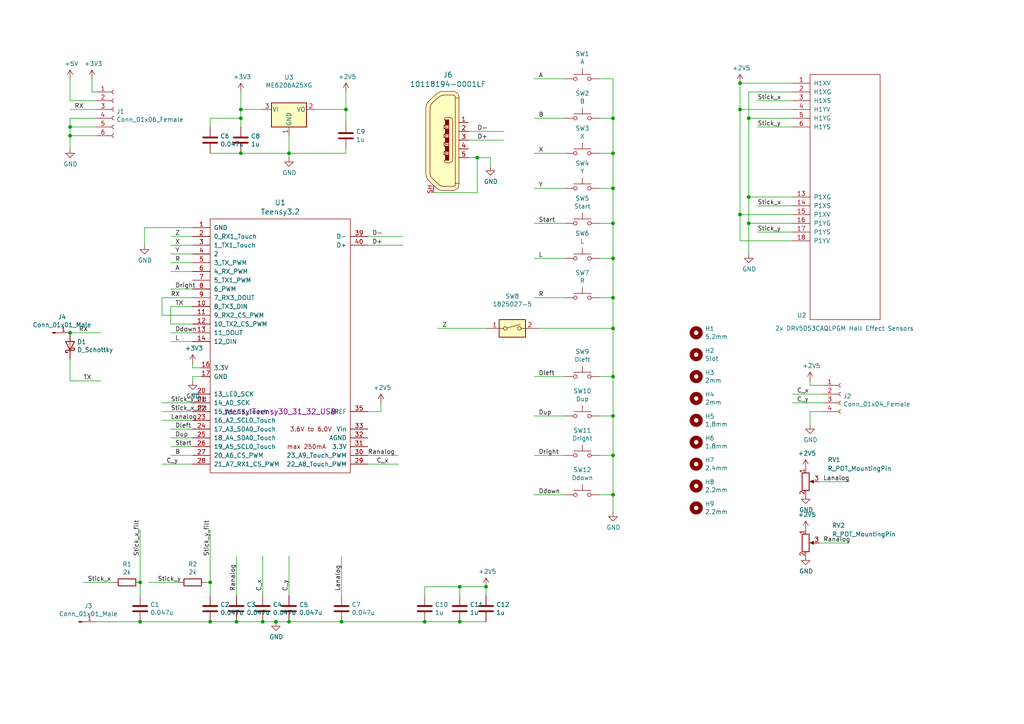
<source format=kicad_sch>
(kicad_sch (version 20211123) (generator eeschema)
  (paper "A4")
  (lib_symbols
    (symbol "Connector:Conn_01x01_Male" (pin_names (offset 1.016) hide)
      (property "Reference" "J" (at 0 2.54 0))
      (property "Value" "Conn_01x01_Male" (at 0 -2.54 0))
      (symbol "Conn_01x01_Male_1_1"
        (polyline (pts (xy 1.27 0) (xy 0.8636 0)) (stroke (width 0.1524)))
        (rectangle (start 0.8636 0.127) (end 0 -0.127) (stroke (width 0.1524)) (fill (type outline)))
        (pin passive line (at 5.08 0 180) (length 3.81) (name "Pin_1") (number "1"))
      )
    )
    (symbol "Connector:Conn_01x04_Female" (pin_names (offset 1.016) hide)
      (property "Reference" "J" (at 0 5.08 0))
      (property "Value" "Conn_01x04_Female" (at 0 -7.62 0))
      (symbol "Conn_01x04_Female_1_1"
        (arc (start 0 -4.572) (mid -0.508 -5.08) (end 0 -5.588) (stroke (width 0.1524)))
        (arc (start 0 -2.032) (mid -0.508 -2.54) (end 0 -3.048) (stroke (width 0.1524)))
        (polyline (pts (xy -1.27 -5.08) (xy -0.508 -5.08)) (stroke (width 0.1524)))
        (polyline (pts (xy -1.27 -2.54) (xy -0.508 -2.54)) (stroke (width 0.1524)))
        (polyline (pts (xy -1.27 0) (xy -0.508 0)) (stroke (width 0.1524)))
        (polyline (pts (xy -1.27 2.54) (xy -0.508 2.54)) (stroke (width 0.1524)))
        (arc (start 0 0.508) (mid -0.508 0) (end 0 -0.508) (stroke (width 0.1524)))
        (arc (start 0 3.048) (mid -0.508 2.54) (end 0 2.032) (stroke (width 0.1524)))
        (pin passive line (at -5.08 2.54 0) (length 3.81) (name "Pin_1") (number "1"))
        (pin passive line (at -5.08 0 0) (length 3.81) (name "Pin_2") (number "2"))
        (pin passive line (at -5.08 -2.54 0) (length 3.81) (name "Pin_3") (number "3"))
        (pin passive line (at -5.08 -5.08 0) (length 3.81) (name "Pin_4") (number "4"))
      )
    )
    (symbol "Connector:Conn_01x06_Female" (pin_names (offset 1.016) hide)
      (property "Reference" "J" (at 0 7.62 0))
      (property "Value" "Conn_01x06_Female" (at 0 -10.16 0))
      (symbol "Conn_01x06_Female_1_1"
        (arc (start 0 -7.112) (mid -0.508 -7.62) (end 0 -8.128) (stroke (width 0.1524)))
        (arc (start 0 -4.572) (mid -0.508 -5.08) (end 0 -5.588) (stroke (width 0.1524)))
        (arc (start 0 -2.032) (mid -0.508 -2.54) (end 0 -3.048) (stroke (width 0.1524)))
        (polyline (pts (xy -1.27 -7.62) (xy -0.508 -7.62)) (stroke (width 0.1524)))
        (polyline (pts (xy -1.27 -5.08) (xy -0.508 -5.08)) (stroke (width 0.1524)))
        (polyline (pts (xy -1.27 -2.54) (xy -0.508 -2.54)) (stroke (width 0.1524)))
        (polyline (pts (xy -1.27 0) (xy -0.508 0)) (stroke (width 0.1524)))
        (polyline (pts (xy -1.27 2.54) (xy -0.508 2.54)) (stroke (width 0.1524)))
        (polyline (pts (xy -1.27 5.08) (xy -0.508 5.08)) (stroke (width 0.1524)))
        (arc (start 0 0.508) (mid -0.508 0) (end 0 -0.508) (stroke (width 0.1524)))
        (arc (start 0 3.048) (mid -0.508 2.54) (end 0 2.032) (stroke (width 0.1524)))
        (arc (start 0 5.588) (mid -0.508 5.08) (end 0 4.572) (stroke (width 0.1524)))
        (pin passive line (at -5.08 5.08 0) (length 3.81) (name "Pin_1") (number "1"))
        (pin passive line (at -5.08 2.54 0) (length 3.81) (name "Pin_2") (number "2"))
        (pin passive line (at -5.08 0 0) (length 3.81) (name "Pin_3") (number "3"))
        (pin passive line (at -5.08 -2.54 0) (length 3.81) (name "Pin_4") (number "4"))
        (pin passive line (at -5.08 -5.08 0) (length 3.81) (name "Pin_5") (number "5"))
        (pin passive line (at -5.08 -7.62 0) (length 3.81) (name "Pin_6") (number "6"))
      )
    )
    (symbol "Device:C" (pin_numbers hide) (pin_names (offset 0.254))
      (property "Reference" "C" (at 0.635 2.54 0))
      (property "Value" "C" (at 0.635 -2.54 0))
      (symbol "C_0_1"
        (polyline (pts (xy -2.032 -0.762) (xy 2.032 -0.762)) (stroke (width 0.508)))
        (polyline (pts (xy -2.032 0.762) (xy 2.032 0.762)) (stroke (width 0.508)))
      )
      (symbol "C_1_1"
        (pin passive line (at 0 3.81 270) (length 2.794) (name "~") (number "1"))
        (pin passive line (at 0 -3.81 90) (length 2.794) (name "~") (number "2"))
      )
    )
    (symbol "Device:D_Schottky" (pin_numbers hide) (pin_names (offset 1.016) hide)
      (property "Reference" "D" (at 0 2.54 0))
      (property "Value" "D_Schottky" (at 0 -2.54 0))
      (symbol "D_Schottky_0_1"
        (polyline (pts (xy 1.27 0) (xy -1.27 0)))
        (polyline (pts (xy 1.27 1.27) (xy 1.27 -1.27) (xy -1.27 0) (xy 1.27 1.27)) (stroke (width 0.254)))
        (polyline (pts (xy -1.905 0.635) (xy -1.905 1.27) (xy -1.27 1.27) (xy -1.27 -1.27) (xy -0.635 -1.27) (xy -0.635 -0.635)) (stroke (width 0.254)))
      )
      (symbol "D_Schottky_1_1"
        (pin passive line (at -3.81 0 0) (length 2.54) (name "K") (number "1"))
        (pin passive line (at 3.81 0 180) (length 2.54) (name "A") (number "2"))
      )
    )
    (symbol "Device:R" (pin_numbers hide) (pin_names (offset 0))
      (property "Reference" "R" (at 2.032 0 90))
      (property "Value" "R" (at 0 0 90))
      (symbol "R_0_1"
        (rectangle (start -1.016 -2.54) (end 1.016 2.54) (stroke (width 0.254)))
      )
      (symbol "R_1_1"
        (pin passive line (at 0 3.81 270) (length 1.27) (name "~") (number "1"))
        (pin passive line (at 0 -3.81 90) (length 1.27) (name "~") (number "2"))
      )
    )
    (symbol "GCC:Gamecube-MB-rescue_Slider_GCC-Gamecube_MB" (pin_names (offset 1.016) hide)
      (property "Reference" "RV" (at -8.255 0 90))
      (property "Value" "Gamecube-MB-rescue_Slider_GCC-Gamecube_MB" (at -6.35 0 90))
      (symbol "Gamecube-MB-rescue_Slider_GCC-Gamecube_MB_0_1"
        (polyline (pts (xy 2.54 0) (xy 1.524 0)))
        (polyline (pts (xy 1.143 0) (xy 2.286 0.508) (xy 2.286 -0.508)) (fill (type outline)))
        (rectangle (start 1.016 2.54) (end -1.016 -2.54) (stroke (width 0.254)))
      )
      (symbol "Gamecube-MB-rescue_Slider_GCC-Gamecube_MB_1_1"
        (pin passive line (at 0 3.81 270) (length 1.27) (name "V+") (number "1"))
        (pin passive line (at 0 -3.81 90) (length 1.27) (name "GND") (number "2"))
        (pin passive line (at 3.81 0 180) (length 1.27) (name "Signal") (number "3"))
      )
    )
    (symbol "GCC:Gamecube-MB-rescue_Stickbox_Assembly-Gamecube_MB" (pin_names (offset 1.016))
      (property "Reference" "U" (at 12.7 -41.91 90))
      (property "Value" "Gamecube-MB-rescue_Stickbox_Assembly-Gamecube_MB" (at 8.89 -35.56 90))
      (symbol "Gamecube-MB-rescue_Stickbox_Assembly-Gamecube_MB_0_0"
        (pin unspecified line (at -5.08 -2.54 0) (length 5.08) (name "H1XV") (number "1"))
        (pin unspecified line (at -5.08 -35.56 0) (length 5.08) (name "P1XG") (number "13"))
        (pin unspecified line (at -5.08 -38.1 0) (length 5.08) (name "P1XS") (number "14"))
        (pin unspecified line (at -5.08 -40.64 0) (length 5.08) (name "P1XV") (number "15"))
        (pin unspecified line (at -5.08 -43.18 0) (length 5.08) (name "P1YG") (number "16"))
        (pin unspecified line (at -5.08 -45.72 0) (length 5.08) (name "P1YS") (number "17"))
        (pin unspecified line (at -5.08 -48.26 0) (length 5.08) (name "P1YV") (number "18"))
        (pin unspecified line (at -5.08 -5.08 0) (length 5.08) (name "H1XG") (number "2"))
        (pin unspecified line (at -5.08 -7.62 0) (length 5.08) (name "H1XS") (number "3"))
        (pin unspecified line (at -5.08 -10.16 0) (length 5.08) (name "H1YV") (number "4"))
        (pin unspecified line (at -5.08 -12.7 0) (length 5.08) (name "H1YG") (number "5"))
        (pin unspecified line (at -5.08 -15.24 0) (length 5.08) (name "H1YS") (number "6"))
      )
      (symbol "Gamecube-MB-rescue_Stickbox_Assembly-Gamecube_MB_0_1"
        (rectangle (start 0 0) (end 20.32 -71.12))
      )
    )
    (symbol "Mechanical:MountingHole" (pin_names (offset 1.016))
      (property "Reference" "H" (at 0 5.08 0))
      (property "Value" "MountingHole" (at 0 3.175 0))
      (symbol "MountingHole_0_1"
        (circle (center 0 0) (radius 1.27) (stroke (width 1.27)))
      )
    )
    (symbol "Regulator_Linear:XC6206PxxxMR" (pin_names (offset 0.254))
      (property "Reference" "U" (at -3.81 3.175 0))
      (property "Value" "XC6206PxxxMR" (at 0 3.175 0))
      (symbol "XC6206PxxxMR_0_1"
        (rectangle (start -5.08 1.905) (end 5.08 -5.08) (stroke (width 0.254)) (fill (type background)))
      )
      (symbol "XC6206PxxxMR_1_1"
        (pin power_in line (at 0 -7.62 90) (length 2.54) (name "GND") (number "1"))
        (pin power_out line (at 7.62 0 180) (length 2.54) (name "VO") (number "2"))
        (pin power_in line (at -7.62 0 0) (length 2.54) (name "VI") (number "3"))
      )
    )
    (symbol "Switch:SW_DIP_x01" (pin_names (offset 0) hide)
      (property "Reference" "SW" (at 0 3.81 0))
      (property "Value" "SW_DIP_x01" (at 0 -3.81 0))
      (symbol "SW_DIP_x01_0_0"
        (circle (center -2.032 0) (radius 0.508))
        (polyline (pts (xy -1.524 0.127) (xy 2.3622 1.1684)))
        (circle (center 2.032 0) (radius 0.508))
      )
      (symbol "SW_DIP_x01_0_1"
        (rectangle (start -3.81 2.54) (end 3.81 -2.54) (stroke (width 0.254)) (fill (type background)))
      )
      (symbol "SW_DIP_x01_1_1"
        (pin passive line (at -7.62 0 0) (length 5.08) (name "~") (number "1"))
        (pin passive line (at 7.62 0 180) (length 5.08) (name "~") (number "2"))
      )
    )
    (symbol "Switch:SW_Push" (pin_numbers hide) (pin_names (offset 1.016) hide)
      (property "Reference" "SW" (at 1.27 2.54 0))
      (property "Value" "SW_Push" (at 0 -1.524 0))
      (symbol "SW_Push_0_1"
        (circle (center -2.032 0) (radius 0.508))
        (polyline (pts (xy 0 1.27) (xy 0 3.048)))
        (polyline (pts (xy 2.54 1.27) (xy -2.54 1.27)))
        (circle (center 2.032 0) (radius 0.508))
        (pin passive line (at -5.08 0 0) (length 2.54) (name "1") (number "1"))
        (pin passive line (at 5.08 0 180) (length 2.54) (name "2") (number "2"))
      )
    )
    (symbol "dk_USB-DVI-HDMI-Connectors:10118194-0001LF" (pin_names (offset 1.016))
      (property "Reference" "J" (at -4.445 15.24 0))
      (property "Value" "dk_USB-DVI-HDMI-Connectors_10118194-0001LF" (at -6.35 -7.62 90))
      (symbol "10118194-0001LF_0_1"
        (polyline (pts (xy 3.7846 12.2428) (xy 3.7846 -12.5476)))
        (polyline (pts (xy 0.4826 -4.2926) (xy 0.4826 -3.2766) (xy 1.8796 -3.2766) (xy 1.8796 -4.2926) (xy 0.4826 -4.2926) (xy 1.1176 -3.7846) (xy 0.4826 -3.2766) (xy 1.8796 -3.2766) (xy 1.8796 -3.7846) (xy 1.1176 -3.7846)))
        (polyline (pts (xy 0.4826 -1.7526) (xy 0.4826 -0.7366) (xy 1.8796 -0.7366) (xy 1.8796 -1.7526) (xy 0.4826 -1.7526) (xy 1.1176 -1.2446) (xy 0.4826 -0.7366) (xy 1.8796 -0.7366) (xy 1.8796 -1.2446) (xy 1.1176 -1.2446)))
        (polyline (pts (xy 0.4826 1.7526) (xy 0.4826 0.7366) (xy 1.8796 0.7366) (xy 1.8796 1.7526) (xy 0.4826 1.7526) (xy 1.1176 1.2446) (xy 0.4826 0.7366) (xy 1.8796 0.7366) (xy 1.8796 1.2446) (xy 1.1176 1.2446)))
        (polyline (pts (xy 0.4826 4.2926) (xy 0.4826 3.2766) (xy 1.8796 3.2766) (xy 1.8796 4.2926) (xy 0.4826 4.2926) (xy 1.1176 3.7846) (xy 0.4826 3.2766) (xy 1.8796 3.2766) (xy 1.8796 3.7846) (xy 1.1176 3.7846)))
        (polyline (pts (xy 1.905 -0.0254) (xy 1.905 5.842) (xy 0.635 5.842) (xy 0.635 6.1468) (xy 0.8128 6.4262) (xy 1.1938 6.5786) (xy 1.651 6.6294) (xy 2.2606 6.5532) (xy 2.7178 6.3246) (xy 2.9464 6.0706) (xy 3.0226 5.6388) (xy 3.0226 4.8006) (xy 3.0226 -0.127)))
        (polyline (pts (xy 1.905 0.0254) (xy 1.905 -5.842) (xy 0.635 -5.842) (xy 0.635 -6.1468) (xy 0.8128 -6.4262) (xy 1.1938 -6.5786) (xy 1.651 -6.6294) (xy 2.2606 -6.5532) (xy 2.7178 -6.3246) (xy 2.9464 -6.0706) (xy 3.0226 -5.6388) (xy 3.0226 -4.8006) (xy 3.0226 0.127)))
        (polyline (pts (xy 4.8514 -12.5476) (xy 3.8354 -12.5476) (xy 3.7846 -12.5476) (xy 3.7846 -12.9032) (xy 3.6068 -13.2334) (xy 3.429 -13.3604) (xy 3.2258 -13.4366) (xy 0.4572 -13.4366) (xy 0.0508 -13.4112) (xy -0.3302 -13.3096) (xy -0.6604 -13.1318) (xy -0.9906 -12.9032) (xy -3.1496 -10.8458) (xy -3.4036 -10.3886) (xy -3.5306 -9.779) (xy -3.556 -8.636) (xy -3.556 9.2202) (xy -3.5306 9.4234) (xy -3.4544 9.8298) (xy -3.302 10.1854) (xy -3.0226 10.6172) (xy -1.7526 11.8364) (xy -0.8636 12.5984) (xy -0.3302 12.8778) (xy 0.0762 13.0048) (xy 0.6096 13.081) (xy 3.0734 13.081) (xy 3.3274 13.0048) (xy 3.5814 12.8524) (xy 3.7846 12.5222) (xy 3.7846 12.2174) (xy 4.8514 12.2174)))
        (polyline (pts (xy 4.8514 -11.4808) (xy 4.8514 -12.8016) (xy 4.7752 -13.4366) (xy 4.572 -13.8684) (xy 4.0386 -14.3256) (xy 3.5814 -14.5288) (xy 3.0988 -14.605) (xy -0.2794 -14.5542) (xy -0.7112 -14.4526) (xy -1.2446 -14.1986) (xy -2.2098 -13.4366) (xy -3.556 -12.1412) (xy -4.0132 -11.6586) (xy -4.3688 -11.1506) (xy -4.6228 -10.5918) (xy -4.7498 -9.7536) (xy -4.7498 9.3726) (xy -4.5974 10.0838) (xy -4.4704 10.4648) (xy -4.2164 10.9728) (xy -3.6068 11.6078) (xy -1.4478 13.589) (xy -0.9652 13.8684) (xy -0.5588 14.0208) (xy 0.0762 14.1224) (xy 0.5588 14.1732) (xy 3.2766 14.1732) (xy 3.7592 14.0208) (xy 4.2164 13.7414) (xy 4.445 13.5128) (xy 4.699 13.1572) (xy 4.826 12.8524) (xy 4.8514 12.446) (xy 4.8514 -11.5062)) (fill (type background)))
        (rectangle (start 0.889 -4.318) (end 1.905 -5.842) (fill (type outline)))
        (rectangle (start 0.889 -3.302) (end 1.905 -1.778) (fill (type outline)))
        (rectangle (start 0.889 -0.635) (end 1.905 0.381) (fill (type outline)))
        (rectangle (start 0.889 0.635) (end 1.905 -0.381) (fill (type outline)))
        (rectangle (start 0.889 3.302) (end 1.905 1.778) (fill (type outline)))
        (rectangle (start 0.889 4.318) (end 1.905 5.842) (fill (type outline)))
      )
      (symbol "10118194-0001LF_1_1"
        (pin passive line (at 7.62 5.08 180) (length 2.794) (name "~") (number "1"))
        (pin passive line (at 7.62 2.54 180) (length 2.794) (name "~") (number "2"))
        (pin passive line (at 7.62 0 180) (length 2.794) (name "~") (number "3"))
        (pin passive line (at 7.62 -2.54 180) (length 2.794) (name "~") (number "4"))
        (pin passive line (at 7.62 -5.08 180) (length 2.794) (name "~") (number "5"))
        (pin passive line (at -2.54 -15.24 90) (length 2.032) (name "~") (number "SH"))
      )
    )
    (symbol "power:+2V5" (power) (pin_names (offset 0))
      (property "Value" "+2V5" (at 0 3.556 0))
      (symbol "+2V5_0_1"
        (polyline (pts (xy -0.762 1.27) (xy 0 2.54)))
        (polyline (pts (xy 0 0) (xy 0 2.54)))
        (polyline (pts (xy 0 2.54) (xy 0.762 1.27)))
      )
      (symbol "+2V5_1_1"
        (pin power_in line (at 0 0 90) (length 0) hide (name "+2V5") (number "1"))
      )
    )
    (symbol "power:+3V3" (power) (pin_names (offset 0))
      (property "Value" "+3V3" (at 0 3.556 0))
      (symbol "+3V3_0_1"
        (polyline (pts (xy -0.762 1.27) (xy 0 2.54)))
        (polyline (pts (xy 0 0) (xy 0 2.54)))
        (polyline (pts (xy 0 2.54) (xy 0.762 1.27)))
      )
      (symbol "+3V3_1_1"
        (pin power_in line (at 0 0 90) (length 0) hide (name "+3V3") (number "1"))
      )
    )
    (symbol "power:+5V" (power) (pin_names (offset 0))
      (property "Value" "+5V" (at 0 3.556 0))
      (symbol "+5V_0_1"
        (polyline (pts (xy -0.762 1.27) (xy 0 2.54)))
        (polyline (pts (xy 0 0) (xy 0 2.54)))
        (polyline (pts (xy 0 2.54) (xy 0.762 1.27)))
      )
      (symbol "+5V_1_1"
        (pin power_in line (at 0 0 90) (length 0) hide (name "+5V") (number "1"))
      )
    )
    (symbol "power:GND" (power) (pin_names (offset 0))
      (property "Value" "GND" (at 0 -3.81 0))
      (symbol "GND_0_1"
        (polyline (pts (xy 0 0) (xy 0 -1.27) (xy 1.27 -1.27) (xy 0 -2.54) (xy -1.27 -1.27) (xy 0 -1.27)))
      )
      (symbol "GND_1_1"
        (pin power_in line (at 0 0 270) (length 0) hide (name "GND") (number "1"))
      )
    )
    (symbol "teensy:Teensy3.2_USB" (pin_names (offset 1.016))
      (property "Reference" "U" (at 0 39.37 0))
      (property "Value" "teensy_Teensy3.2_USB" (at 0 -39.37 0))
      (symbol "Teensy3.2_USB_0_0"
        (text "3.6V to 6.0V" (at 8.89 -24.13 0) (effects (font (size 1.27 1.27))))
        (text "max 250mA" (at 7.62 -29.21 0) (effects (font (size 1.27 1.27))))
      )
      (symbol "Teensy3.2_USB_0_1"
        (rectangle (start -20.32 -36.83) (end 20.32 36.83))
      )
      (symbol "Teensy3.2_USB_1_1"
        (pin power_in line (at -25.4 34.29 0) (length 5.08) (name "GND") (number "1"))
        (pin bidirectional line (at -25.4 11.43 0) (length 5.08) (name "8_TX3_DIN") (number "10"))
        (pin bidirectional line (at -25.4 8.89 0) (length 5.08) (name "9_RX2_CS_PWM") (number "11"))
        (pin bidirectional line (at -25.4 6.35 0) (length 5.08) (name "10_TX2_CS_PWM") (number "12"))
        (pin bidirectional line (at -25.4 3.81 0) (length 5.08) (name "11_DOUT") (number "13"))
        (pin bidirectional line (at -25.4 1.27 0) (length 5.08) (name "12_DIN") (number "14"))
        (pin power_in line (at -22.86 -6.35 0) (length 2.54) (name "3.3V") (number "16"))
        (pin power_in line (at -22.86 -8.89 0) (length 2.54) (name "GND") (number "17"))
        (pin bidirectional line (at -25.4 31.75 0) (length 5.08) (name "0_RX1_Touch") (number "2"))
        (pin bidirectional line (at -25.4 -13.97 0) (length 5.08) (name "13_LED_SCK") (number "20"))
        (pin bidirectional line (at -25.4 -16.51 0) (length 5.08) (name "14_A0_SCK") (number "21"))
        (pin bidirectional line (at -25.4 -19.05 0) (length 5.08) (name "15_A1_CS_Touch") (number "22"))
        (pin bidirectional line (at -25.4 -21.59 0) (length 5.08) (name "16_A2_SCL0_Touch") (number "23"))
        (pin bidirectional line (at -25.4 -24.13 0) (length 5.08) (name "17_A3_SDA0_Touch") (number "24"))
        (pin bidirectional line (at -25.4 -26.67 0) (length 5.08) (name "18_A4_SDA0_Touch") (number "25"))
        (pin bidirectional line (at -25.4 -29.21 0) (length 5.08) (name "19_A5_SCL0_Touch") (number "26"))
        (pin bidirectional line (at -25.4 -31.75 0) (length 5.08) (name "20_A6_CS_PWM") (number "27"))
        (pin bidirectional line (at -25.4 -34.29 0) (length 5.08) (name "21_A7_RX1_CS_PWM") (number "28"))
        (pin bidirectional line (at 25.4 -34.29 180) (length 5.08) (name "22_A8_Touch_PWM") (number "29"))
        (pin bidirectional line (at -25.4 29.21 0) (length 5.08) (name "1_TX1_Touch") (number "3"))
        (pin bidirectional line (at 25.4 -31.75 180) (length 5.08) (name "23_A9_Touch_PWM") (number "30"))
        (pin power_out line (at 25.4 -29.21 180) (length 5.08) (name "3.3V") (number "31"))
        (pin power_out line (at 25.4 -26.67 180) (length 5.08) (name "AGND") (number "32"))
        (pin power_in line (at 25.4 -24.13 180) (length 5.08) (name "Vin") (number "33"))
        (pin input line (at 25.4 -19.05 180) (length 5.08) (name "AREF") (number "35"))
        (pin bidirectional line (at 25.4 31.75 180) (length 5.08) (name "D-") (number "39"))
        (pin bidirectional line (at -25.4 26.67 0) (length 5.08) (name "2") (number "4"))
        (pin bidirectional line (at 25.4 29.21 180) (length 5.08) (name "D+") (number "40"))
        (pin bidirectional line (at -25.4 24.13 0) (length 5.08) (name "3_TX_PWM") (number "5"))
        (pin bidirectional line (at -25.4 21.59 0) (length 5.08) (name "4_RX_PWM") (number "6"))
        (pin bidirectional line (at -25.4 19.05 0) (length 5.08) (name "5_TX1_PWM") (number "7"))
        (pin bidirectional line (at -25.4 16.51 0) (length 5.08) (name "6_PWM") (number "8"))
        (pin bidirectional line (at -25.4 13.97 0) (length 5.08) (name "7_RX3_DOUT") (number "9"))
      )
    )
  )
  (junction (at 133.35 180.34))
  (junction (at 100.33 31.75))
  (junction (at 177.8 44.45))
  (junction (at 177.8 54.61))
  (junction (at 83.82 44.45))
  (junction (at 123.19 180.34))
  (junction (at 177.8 109.22))
  (junction (at 177.8 143.51))
  (junction (at 214.63 24.13))
  (junction (at 217.17 57.15))
  (junction (at 20.32 36.83))
  (junction (at 60.96 180.34))
  (junction (at 214.63 31.75))
  (junction (at 69.85 34.29))
  (junction (at 177.8 132.08))
  (junction (at 83.82 180.34))
  (junction (at 133.35 170.18))
  (junction (at 80.01 180.34))
  (junction (at 217.17 34.29))
  (junction (at 69.85 31.75))
  (junction (at 177.8 34.29))
  (junction (at 99.06 180.34))
  (junction (at 177.8 86.36))
  (junction (at 177.8 120.65))
  (junction (at 68.58 180.34))
  (junction (at 40.64 180.34))
  (junction (at 69.85 44.45))
  (junction (at 177.8 74.93))
  (junction (at 20.32 39.37))
  (junction (at 138.43 45.72))
  (junction (at 140.97 170.18))
  (junction (at 214.63 62.23))
  (junction (at 20.32 96.52))
  (junction (at 177.8 64.77))
  (junction (at 177.8 95.25))
  (junction (at 60.96 168.91))
  (junction (at 217.17 64.77))
  (junction (at 76.2 180.34))
  (junction (at 40.64 168.91))
  (wire (pts (xy 55.88 132.08) (xy 49.53 132.08)))
  (wire (pts (xy 173.99 54.61) (xy 177.8 54.61)))
  (wire (pts (xy 69.85 44.45) (xy 60.96 44.45)))
  (wire (pts (xy 123.19 172.72) (xy 123.19 170.18)))
  (wire (pts (xy 177.8 143.51) (xy 177.8 148.59)))
  (wire (pts (xy 177.8 120.65) (xy 177.8 132.08)))
  (wire (pts (xy 127 95.25) (xy 140.97 95.25)))
  (wire (pts (xy 20.32 96.52) (xy 29.21 96.52)))
  (wire (pts (xy 156.21 95.25) (xy 177.8 95.25)))
  (wire (pts (xy 76.2 161.29) (xy 76.2 172.72)))
  (wire (pts (xy 133.35 170.18) (xy 140.97 170.18)))
  (wire (pts (xy 238.76 114.3) (xy 229.87 114.3)))
  (wire (pts (xy 115.57 132.08) (xy 106.68 132.08)))
  (wire (pts (xy 46.99 86.36) (xy 46.99 91.44)))
  (wire (pts (xy 68.58 172.72) (xy 68.58 161.29)))
  (wire (pts (xy 238.76 116.84) (xy 229.87 116.84)))
  (wire (pts (xy 163.83 120.65) (xy 154.94 120.65)))
  (wire (pts (xy 177.8 54.61) (xy 177.8 44.45)))
  (wire (pts (xy 26.67 22.86) (xy 26.67 26.67)))
  (wire (pts (xy 217.17 64.77) (xy 229.87 64.77)))
  (wire (pts (xy 229.87 24.13) (xy 214.63 24.13)))
  (wire (pts (xy 40.64 180.34) (xy 60.96 180.34)))
  (wire (pts (xy 115.57 134.62) (xy 106.68 134.62)))
  (wire (pts (xy 27.94 36.83) (xy 20.32 36.83)))
  (wire (pts (xy 83.82 161.29) (xy 83.82 172.72)))
  (wire (pts (xy 55.88 86.36) (xy 46.99 86.36)))
  (wire (pts (xy 173.99 64.77) (xy 177.8 64.77)))
  (wire (pts (xy 55.88 88.9) (xy 49.53 88.9)))
  (wire (pts (xy 27.94 31.75) (xy 20.32 31.75)))
  (wire (pts (xy 140.97 180.34) (xy 133.35 180.34)))
  (wire (pts (xy 135.89 40.64) (xy 146.05 40.64)))
  (wire (pts (xy 163.83 143.51) (xy 154.94 143.51)))
  (wire (pts (xy 60.96 168.91) (xy 59.69 168.91)))
  (wire (pts (xy 60.96 34.29) (xy 69.85 34.29)))
  (wire (pts (xy 100.33 44.45) (xy 100.33 43.18)))
  (wire (pts (xy 40.64 153.67) (xy 40.64 168.91)))
  (wire (pts (xy 58.42 109.22) (xy 55.88 109.22)))
  (wire (pts (xy 58.42 106.68) (xy 55.88 106.68)))
  (wire (pts (xy 219.71 67.31) (xy 229.87 67.31)))
  (wire (pts (xy 125.73 55.88) (xy 138.43 55.88)))
  (wire (pts (xy 163.83 86.36) (xy 154.94 86.36)))
  (wire (pts (xy 49.53 93.98) (xy 55.88 93.98)))
  (wire (pts (xy 100.33 26.67) (xy 100.33 31.75)))
  (wire (pts (xy 27.94 39.37) (xy 20.32 39.37)))
  (wire (pts (xy 217.17 57.15) (xy 229.87 57.15)))
  (wire (pts (xy 214.63 69.85) (xy 214.63 62.23)))
  (wire (pts (xy 214.63 62.23) (xy 229.87 62.23)))
  (wire (pts (xy 238.76 119.38) (xy 234.95 119.38)))
  (wire (pts (xy 83.82 45.72) (xy 83.82 44.45)))
  (wire (pts (xy 138.43 45.72) (xy 142.24 45.72)))
  (wire (pts (xy 217.17 34.29) (xy 217.17 26.67)))
  (wire (pts (xy 177.8 86.36) (xy 177.8 95.25)))
  (wire (pts (xy 133.35 170.18) (xy 133.35 172.72)))
  (wire (pts (xy 177.8 132.08) (xy 177.8 143.51)))
  (wire (pts (xy 177.8 44.45) (xy 177.8 34.29)))
  (wire (pts (xy 69.85 44.45) (xy 83.82 44.45)))
  (wire (pts (xy 163.83 132.08) (xy 154.94 132.08)))
  (wire (pts (xy 55.88 124.46) (xy 49.53 124.46)))
  (wire (pts (xy 177.8 86.36) (xy 177.8 74.93)))
  (wire (pts (xy 219.71 59.69) (xy 229.87 59.69)))
  (wire (pts (xy 163.83 34.29) (xy 154.94 34.29)))
  (wire (pts (xy 214.63 24.13) (xy 214.63 31.75)))
  (wire (pts (xy 238.76 111.76) (xy 234.95 111.76)))
  (wire (pts (xy 214.63 31.75) (xy 214.63 62.23)))
  (wire (pts (xy 163.83 54.61) (xy 154.94 54.61)))
  (wire (pts (xy 217.17 34.29) (xy 229.87 34.29)))
  (wire (pts (xy 27.94 29.21) (xy 20.32 29.21)))
  (wire (pts (xy 27.94 26.67) (xy 26.67 26.67)))
  (wire (pts (xy 55.88 99.06) (xy 49.53 99.06)))
  (wire (pts (xy 163.83 74.93) (xy 154.94 74.93)))
  (wire (pts (xy 55.88 68.58) (xy 49.53 68.58)))
  (wire (pts (xy 52.07 168.91) (xy 43.18 168.91)))
  (wire (pts (xy 140.97 170.18) (xy 140.97 172.72)))
  (wire (pts (xy 55.88 71.12) (xy 49.53 71.12)))
  (wire (pts (xy 55.88 127) (xy 49.53 127)))
  (wire (pts (xy 55.88 96.52) (xy 49.53 96.52)))
  (wire (pts (xy 177.8 74.93) (xy 177.8 64.77)))
  (wire (pts (xy 110.49 119.38) (xy 110.49 116.84)))
  (wire (pts (xy 173.99 143.51) (xy 177.8 143.51)))
  (wire (pts (xy 20.32 104.14) (xy 20.32 110.49)))
  (wire (pts (xy 173.99 109.22) (xy 177.8 109.22)))
  (wire (pts (xy 106.68 71.12) (xy 116.84 71.12)))
  (wire (pts (xy 55.88 129.54) (xy 49.53 129.54)))
  (wire (pts (xy 55.88 134.62) (xy 46.99 134.62)))
  (wire (pts (xy 99.06 161.29) (xy 99.06 172.72)))
  (wire (pts (xy 60.96 36.83) (xy 60.96 34.29)))
  (wire (pts (xy 163.83 22.86) (xy 154.94 22.86)))
  (wire (pts (xy 138.43 55.88) (xy 138.43 45.72)))
  (wire (pts (xy 214.63 69.85) (xy 229.87 69.85)))
  (wire (pts (xy 69.85 36.83) (xy 69.85 34.29)))
  (wire (pts (xy 24.13 168.91) (xy 33.02 168.91)))
  (wire (pts (xy 173.99 132.08) (xy 177.8 132.08)))
  (wire (pts (xy 49.53 88.9) (xy 49.53 93.98)))
  (wire (pts (xy 177.8 22.86) (xy 177.8 34.29)))
  (wire (pts (xy 177.8 64.77) (xy 177.8 54.61)))
  (wire (pts (xy 217.17 64.77) (xy 217.17 73.66)))
  (wire (pts (xy 229.87 31.75) (xy 214.63 31.75)))
  (wire (pts (xy 69.85 34.29) (xy 69.85 31.75)))
  (wire (pts (xy 219.71 36.83) (xy 229.87 36.83)))
  (wire (pts (xy 106.68 119.38) (xy 110.49 119.38)))
  (wire (pts (xy 46.99 116.84) (xy 55.88 116.84)))
  (wire (pts (xy 55.88 83.82) (xy 49.53 83.82)))
  (wire (pts (xy 135.89 38.1) (xy 146.05 38.1)))
  (wire (pts (xy 123.19 170.18) (xy 133.35 170.18)))
  (wire (pts (xy 55.88 76.2) (xy 49.53 76.2)))
  (wire (pts (xy 69.85 31.75) (xy 76.2 31.75)))
  (wire (pts (xy 55.88 109.22) (xy 55.88 110.49)))
  (wire (pts (xy 142.24 45.72) (xy 142.24 48.26)))
  (wire (pts (xy 83.82 180.34) (xy 80.01 180.34)))
  (wire (pts (xy 234.95 119.38) (xy 234.95 123.19)))
  (wire (pts (xy 46.99 121.92) (xy 55.88 121.92)))
  (wire (pts (xy 83.82 39.37) (xy 83.82 44.45)))
  (wire (pts (xy 173.99 86.36) (xy 177.8 86.36)))
  (wire (pts (xy 20.32 34.29) (xy 20.32 36.83)))
  (wire (pts (xy 27.94 180.34) (xy 40.64 180.34)))
  (wire (pts (xy 99.06 180.34) (xy 123.19 180.34)))
  (wire (pts (xy 83.82 180.34) (xy 99.06 180.34)))
  (wire (pts (xy 173.99 34.29) (xy 177.8 34.29)))
  (wire (pts (xy 237.49 139.7) (xy 246.38 139.7)))
  (wire (pts (xy 20.32 39.37) (xy 20.32 43.18)))
  (wire (pts (xy 173.99 120.65) (xy 177.8 120.65)))
  (wire (pts (xy 55.88 73.66) (xy 49.53 73.66)))
  (wire (pts (xy 217.17 64.77) (xy 217.17 57.15)))
  (wire (pts (xy 135.89 45.72) (xy 138.43 45.72)))
  (wire (pts (xy 100.33 31.75) (xy 100.33 35.56)))
  (wire (pts (xy 177.8 109.22) (xy 177.8 120.65)))
  (wire (pts (xy 173.99 44.45) (xy 177.8 44.45)))
  (wire (pts (xy 163.83 44.45) (xy 154.94 44.45)))
  (wire (pts (xy 60.96 153.67) (xy 60.96 168.91)))
  (wire (pts (xy 83.82 44.45) (xy 100.33 44.45)))
  (wire (pts (xy 177.8 95.25) (xy 177.8 109.22)))
  (wire (pts (xy 55.88 66.04) (xy 41.91 66.04)))
  (wire (pts (xy 68.58 180.34) (xy 76.2 180.34)))
  (wire (pts (xy 163.83 64.77) (xy 154.94 64.77)))
  (wire (pts (xy 46.99 119.38) (xy 55.88 119.38)))
  (wire (pts (xy 106.68 68.58) (xy 116.84 68.58)))
  (wire (pts (xy 173.99 22.86) (xy 177.8 22.86)))
  (wire (pts (xy 20.32 110.49) (xy 29.21 110.49)))
  (wire (pts (xy 91.44 31.75) (xy 100.33 31.75)))
  (wire (pts (xy 234.95 111.76) (xy 234.95 110.49)))
  (wire (pts (xy 41.91 66.04) (xy 41.91 71.12)))
  (wire (pts (xy 60.96 168.91) (xy 60.96 172.72)))
  (wire (pts (xy 20.32 36.83) (xy 20.32 39.37)))
  (wire (pts (xy 80.01 180.34) (xy 76.2 180.34)))
  (wire (pts (xy 55.88 78.74) (xy 49.53 78.74)))
  (wire (pts (xy 40.64 172.72) (xy 40.64 168.91)))
  (wire (pts (xy 237.49 157.48) (xy 246.38 157.48)))
  (wire (pts (xy 217.17 26.67) (xy 229.87 26.67)))
  (wire (pts (xy 163.83 109.22) (xy 154.94 109.22)))
  (wire (pts (xy 20.32 29.21) (xy 20.32 22.86)))
  (wire (pts (xy 55.88 106.68) (xy 55.88 105.41)))
  (wire (pts (xy 123.19 180.34) (xy 133.35 180.34)))
  (wire (pts (xy 27.94 34.29) (xy 20.32 34.29)))
  (wire (pts (xy 229.87 29.21) (xy 219.71 29.21)))
  (wire (pts (xy 217.17 34.29) (xy 217.17 57.15)))
  (wire (pts (xy 46.99 91.44) (xy 55.88 91.44)))
  (wire (pts (xy 68.58 180.34) (xy 60.96 180.34)))
  (wire (pts (xy 69.85 26.67) (xy 69.85 31.75)))
  (wire (pts (xy 173.99 74.93) (xy 177.8 74.93)))
  (label "RX" (at 22.86 96.52 0))
  (label "C_y" (at 48.26 134.62 0))
  (label "Stick_y" (at 219.71 67.31 0))
  (label "A" (at 156.21 22.86 0))
  (label "A" (at 50.8 78.74 0))
  (label "Ranalog" (at 68.58 171.45 90))
  (label "RX" (at 49.53 86.36 0))
  (label "Dleft" (at 50.8 124.46 0))
  (label "Z" (at 50.8 68.58 0))
  (label "L" (at 156.21 74.93 0))
  (label "Stick_y" (at 45.72 168.91 0))
  (label "C_x" (at 231.14 114.3 0))
  (label "Stick_x" (at 219.71 29.21 0))
  (label "Stick_x" (at 219.71 59.69 0))
  (label "Lanalog" (at 49.53 121.92 0))
  (label "D+" (at 138.43 40.64 0))
  (label "Dleft" (at 156.21 109.22 0))
  (label "RX" (at 21.59 31.75 0))
  (label "Ranalog" (at 106.68 132.08 0))
  (label "B" (at 156.21 34.29 0))
  (label "C_y" (at 83.82 171.45 90))
  (label "D-" (at 138.43 38.1 0))
  (label "Z" (at 128.27 95.25 0))
  (label "Start" (at 50.8 129.54 0))
  (label "Dright" (at 50.8 83.82 0))
  (label "C_x" (at 76.2 171.45 90))
  (label "Stick_x" (at 25.4 168.91 0))
  (label "Dright" (at 156.21 132.08 0))
  (label "Ranalog" (at 238.76 157.48 0))
  (label "Start" (at 156.21 64.77 0))
  (label "B" (at 50.8 132.08 0))
  (label "Ddown" (at 156.21 143.51 0))
  (label "R" (at 156.21 86.36 0))
  (label "D-" (at 107.95 68.58 0))
  (label "Stick_y_filt" (at 49.53 116.84 0))
  (label "X" (at 50.8 71.12 0))
  (label "R" (at 50.8 76.2 0))
  (label "TX" (at 50.8 88.9 0))
  (label "Lanalog" (at 238.76 139.7 0))
  (label "Stick_y" (at 219.71 36.83 0))
  (label "Y" (at 156.21 54.61 0))
  (label "Ddown" (at 50.8 96.52 0))
  (label "C_y" (at 231.14 116.84 0))
  (label "Dup" (at 50.8 127 0))
  (label "C_x" (at 109.22 134.62 0))
  (label "Stick_x_filt" (at 49.53 119.38 0))
  (label "TX" (at 24.13 110.49 0))
  (label "Lanalog" (at 99.06 171.45 90))
  (label "L" (at 50.8 99.06 0))
  (label "X" (at 156.21 44.45 0))
  (label "Stick_x_filt" (at 40.64 161.29 90))
  (label "Y" (at 50.8 73.66 0))
  (label "Dup" (at 156.21 120.65 0))
  (label "Stick_y_filt" (at 60.96 161.29 90))
  (label "D+" (at 107.95 71.12 0))
  (symbol (lib_id "teensy:Teensy3.2_USB") (at 81.28 100.33 0) (unit 1)
    (property "Reference" "U1" (at 81.28 58.7502 0) (effects (font (size 1.524 1.524))))
    (property "Value" "Teensy3.2" (at 81.28 61.4426 0) (effects (font (size 1.524 1.524))))
    (property "Footprint" "teensy:Teensy30_31_32_USB" (at 81.28 119.38 0) (effects (font (size 1.524 1.524))))
  )
  (symbol (lib_id "Switch:SW_Push") (at 168.91 22.86 0) (unit 1)
    (property "Reference" "SW1" (at 168.91 15.621 0))
    (property "Value" "A" (at 168.91 17.9324 0))
    (property "Footprint" "Gamecube MB:ABXY_layout_small_mask" (effects hide))
  )
  (symbol (lib_id "Switch:SW_Push") (at 168.91 34.29 0) (unit 1)
    (property "Reference" "SW2" (at 168.91 27.051 0))
    (property "Value" "B" (at 168.91 29.3624 0))
    (property "Footprint" "Gamecube MB:ABXY_layout_small_mask" (effects hide))
  )
  (symbol (lib_id "Switch:SW_Push") (at 168.91 44.45 0) (unit 1)
    (property "Reference" "SW3" (at 168.91 37.211 0))
    (property "Value" "X" (at 168.91 39.5224 0))
    (property "Footprint" "Gamecube MB:ABXY_layout_small_mask" (effects hide))
  )
  (symbol (lib_id "Switch:SW_Push") (at 168.91 54.61 0) (unit 1)
    (property "Reference" "SW4" (at 168.91 47.371 0))
    (property "Value" "Y" (at 168.91 49.6824 0))
    (property "Footprint" "Gamecube MB:ABXY_layout_small_mask" (effects hide))
  )
  (symbol (lib_id "Switch:SW_Push") (at 168.91 64.77 0) (unit 1)
    (property "Reference" "SW5" (at 168.91 57.531 0))
    (property "Value" "Start" (at 168.91 59.8424 0))
    (property "Footprint" "Gamecube MB:Start_Contact" (effects hide))
  )
  (symbol (lib_id "Switch:SW_Push") (at 168.91 74.93 0) (unit 1)
    (property "Reference" "SW6" (at 168.91 67.691 0))
    (property "Value" "L" (at 168.91 70.0024 0))
    (property "Footprint" "Pin_Headers:Pin_Header_Straight_1x02_Pitch2.54mm" (effects hide))
  )
  (symbol (lib_id "Switch:SW_Push") (at 168.91 86.36 0) (unit 1)
    (property "Reference" "SW7" (at 168.91 79.121 0))
    (property "Value" "R" (at 168.91 81.4324 0))
    (property "Footprint" "Pin_Headers:Pin_Header_Straight_1x02_Pitch2.54mm" (effects hide))
  )
  (symbol (lib_id "power:GND") (at 41.91 71.12 0) (unit 1)
    (property "Reference" "#PWR0102" (effects hide))
    (property "Value" "GND" (at 42.037 75.5142 0))
  )
  (symbol (lib_id "power:GND") (at 177.8 148.59 0) (unit 1)
    (property "Reference" "#PWR0103" (effects hide))
    (property "Value" "GND" (at 177.927 152.9842 0))
  )
  (symbol (lib_id "power:+5V") (at 20.32 22.86 0) (unit 1)
    (property "Reference" "#PWR0113" (effects hide))
    (property "Value" "+5V" (at 20.701 18.4658 0))
  )
  (symbol (lib_id "Connector:Conn_01x06_Female") (at 33.02 31.75 0) (unit 1)
    (property "Reference" "J1" (at 33.7312 32.3596 0) (effects (justify left)))
    (property "Value" "Conn_01x06_Female" (at 33.7312 34.671 0) (effects (justify left)))
    (property "Footprint" "Gamecube MB:GCC_Header_Straight_1x06_Pitch2.00mm" (effects hide))
  )
  (symbol (lib_id "GCC:Gamecube-MB-rescue_Slider_GCC-Gamecube_MB") (at 233.68 139.7 0) (unit 1)
    (property "Reference" "RV1" (at 240.03 133.35 0) (effects (justify left)))
    (property "Value" "R_POT_MountingPin" (at 240.03 135.89 0) (effects (justify left)))
    (property "Footprint" "Gamecube MB:GCC_Slider" (effects hide))
  )
  (symbol (lib_id "Connector:Conn_01x04_Female") (at 243.84 114.3 0) (unit 1)
    (property "Reference" "J2" (at 244.5512 114.9096 0) (effects (justify left)))
    (property "Value" "Conn_01x04_Female" (at 244.5512 117.221 0) (effects (justify left)))
    (property "Footprint" "Pin_Headers:Pin_Header_Straight_1x04_Pitch2.00mm" (effects hide))
  )
  (symbol (lib_id "GCC:Gamecube-MB-rescue_Slider_GCC-Gamecube_MB") (at 233.68 157.48 0) (unit 1)
    (property "Reference" "RV2" (at 241.3 152.4 0) (effects (justify left)))
    (property "Value" "R_POT_MountingPin" (at 241.3 154.94 0) (effects (justify left)))
    (property "Footprint" "Gamecube MB:GCC_Slider" (effects hide))
  )
  (symbol (lib_id "power:GND") (at 234.95 123.19 0) (unit 1)
    (property "Reference" "#PWR0108" (effects hide))
    (property "Value" "GND" (at 235.077 127.5842 0))
  )
  (symbol (lib_id "Switch:SW_Push") (at 168.91 109.22 0) (unit 1)
    (property "Reference" "SW9" (at 168.91 101.981 0))
    (property "Value" "Dleft" (at 168.91 104.2924 0))
    (property "Footprint" "Gamecube MB:Dpad_Contact" (effects hide))
  )
  (symbol (lib_id "power:GND") (at 233.68 143.51 0) (unit 1)
    (property "Reference" "#PWR0115" (effects hide))
    (property "Value" "GND" (at 233.807 147.9042 0))
  )
  (symbol (lib_id "Switch:SW_Push") (at 168.91 120.65 0) (unit 1)
    (property "Reference" "SW10" (at 168.91 113.411 0))
    (property "Value" "Dup" (at 168.91 115.7224 0))
    (property "Footprint" "Gamecube MB:Dpad_Contact" (effects hide))
  )
  (symbol (lib_id "Switch:SW_Push") (at 168.91 132.08 0) (unit 1)
    (property "Reference" "SW11" (at 168.91 124.841 0))
    (property "Value" "Dright" (at 168.91 127.1524 0))
    (property "Footprint" "Gamecube MB:Dpad_Contact" (effects hide))
  )
  (symbol (lib_id "Switch:SW_Push") (at 168.91 143.51 0) (unit 1)
    (property "Reference" "SW12" (at 168.91 136.271 0))
    (property "Value" "Ddown" (at 168.91 138.5824 0))
    (property "Footprint" "Gamecube MB:Dpad_Contact" (effects hide))
  )
  (symbol (lib_id "power:GND") (at 233.68 161.29 0) (unit 1)
    (property "Reference" "#PWR0117" (effects hide))
    (property "Value" "GND" (at 233.807 165.6842 0))
  )
  (symbol (lib_id "Switch:SW_DIP_x01") (at 148.59 95.25 0) (unit 1)
    (property "Reference" "SW8" (at 148.59 85.9282 0))
    (property "Value" "1825027-5" (at 148.59 88.2396 0))
    (property "Footprint" "Gamecube MB:Z_Switch_Edge" (effects hide))
    (property "Configuration_Pole-Throw" "Single Pole - Single Throw" (effects hide))
    (property "Contact_Current_Rating" "50 mA" (effects hide))
    (property "Comment" "1825027-5" (effects hide))
    (property "EU_RoHS_Compliance" "Compliant" (effects hide))
  )
  (symbol (lib_id "GCC:Gamecube-MB-rescue_Stickbox_Assembly-Gamecube_MB") (at 234.95 21.59 0) (unit 1)
    (property "Reference" "U2" (at 231.14 91.44 0) (effects (justify left)))
    (property "Value" "2x DRV5053CAQLPGM Hall Effect Sensors" (at 224.79 95.25 0) (effects (justify left)))
    (property "Footprint" "Gamecube MB:GCC_Stickbox_2" (effects hide))
  )
  (symbol (lib_id "power:GND") (at 217.17 73.66 0) (unit 1)
    (property "Reference" "#PWR0101" (effects hide))
    (property "Value" "GND" (at 217.297 78.0542 0))
  )
  (symbol (lib_id "Device:C") (at 40.64 176.53 0) (unit 1)
    (property "Reference" "C1" (at 43.561 175.3616 0) (effects (justify left)))
    (property "Value" "0.047u" (at 43.561 177.673 0) (effects (justify left)))
    (property "Footprint" "Capacitors_SMD:C_0603_HandSoldering" (effects hide))
    (property "LCSC" "C1604" (effects hide))
    (property "MPN" "0603B222K500NT" (effects hide))
    (property "Manufacturer" "FH(Guangdong Fenghua Advanced Tech)" (effects hide))
  )
  (symbol (lib_id "Device:C") (at 60.96 176.53 0) (unit 1)
    (property "Reference" "C2" (at 63.881 175.3616 0) (effects (justify left)))
    (property "Value" "0.047u" (at 63.881 177.673 0) (effects (justify left)))
    (property "Footprint" "Capacitors_SMD:C_0603_HandSoldering" (effects hide))
    (property "LCSC" "C1604" (effects hide))
    (property "MPN" "0603B222K500NT" (effects hide))
    (property "Manufacturer" "FH(Guangdong Fenghua Advanced Tech)" (effects hide))
  )
  (symbol (lib_id "Device:C") (at 68.58 176.53 0) (unit 1)
    (property "Reference" "C3" (at 71.501 175.3616 0) (effects (justify left)))
    (property "Value" "0.047u" (at 71.501 177.673 0) (effects (justify left)))
    (property "Footprint" "Capacitors_SMD:C_0603_HandSoldering" (effects hide))
    (property "LCSC" "C1604" (effects hide))
    (property "MPN" "0603B222K500NT" (effects hide))
    (property "Manufacturer" "FH(Guangdong Fenghua Advanced Tech)" (effects hide))
  )
  (symbol (lib_id "Device:C") (at 76.2 176.53 0) (unit 1)
    (property "Reference" "C4" (at 79.121 175.3616 0) (effects (justify left)))
    (property "Value" "0.047u" (at 79.121 177.673 0) (effects (justify left)))
    (property "Footprint" "Capacitors_SMD:C_0603_HandSoldering" (effects hide))
    (property "LCSC" "C1604" (effects hide))
    (property "MPN" "0603B222K500NT" (effects hide))
    (property "Manufacturer" "FH(Guangdong Fenghua Advanced Tech)" (effects hide))
  )
  (symbol (lib_id "Device:C") (at 83.82 176.53 0) (unit 1)
    (property "Reference" "C5" (at 86.741 175.3616 0) (effects (justify left)))
    (property "Value" "0.047u" (at 86.741 177.673 0) (effects (justify left)))
    (property "Footprint" "Capacitors_SMD:C_0603_HandSoldering" (effects hide))
    (property "LCSC" "C1604" (effects hide))
    (property "MPN" "0603B222K500NT" (effects hide))
    (property "Manufacturer" "FH(Guangdong Fenghua Advanced Tech)" (effects hide))
  )
  (symbol (lib_id "Device:C") (at 99.06 176.53 0) (unit 1)
    (property "Reference" "C7" (at 101.981 175.3616 0) (effects (justify left)))
    (property "Value" "0.047u" (at 101.981 177.673 0) (effects (justify left)))
    (property "Footprint" "Capacitors_SMD:C_0603_HandSoldering" (effects hide))
    (property "LCSC" "C1604" (effects hide))
    (property "MPN" "0603B222K500NT" (effects hide))
    (property "Manufacturer" "FH(Guangdong Fenghua Advanced Tech)" (effects hide))
  )
  (symbol (lib_id "power:GND") (at 80.01 180.34 0) (unit 1)
    (property "Reference" "#PWR0109" (effects hide))
    (property "Value" "GND" (at 80.137 184.7342 0))
  )
  (symbol (lib_id "Device:C") (at 133.35 176.53 0) (unit 1)
    (property "Reference" "C11" (at 136.271 175.3616 0) (effects (justify left)))
    (property "Value" "1u" (at 136.271 177.673 0) (effects (justify left)))
    (property "Footprint" "Capacitors_SMD:C_0603_HandSoldering" (effects hide))
    (property "LCSC" "C15849" (effects hide))
    (property "MPN" "CL10A105KB8NNNC" (effects hide))
    (property "Manufacturer" "Samsung Electro-Mechanics" (effects hide))
  )
  (symbol (lib_id "Device:C") (at 140.97 176.53 0) (unit 1)
    (property "Reference" "C12" (at 143.891 175.3616 0) (effects (justify left)))
    (property "Value" "1u" (at 143.891 177.673 0) (effects (justify left)))
    (property "Footprint" "Capacitors_SMD:C_0603_HandSoldering" (effects hide))
    (property "LCSC" "C15849" (effects hide))
    (property "MPN" "CL10A105KB8NNNC" (effects hide))
    (property "Manufacturer" "Samsung Electro-Mechanics" (effects hide))
  )
  (symbol (lib_id "power:GND") (at 20.32 43.18 0) (unit 1)
    (property "Reference" "#PWR0112" (effects hide))
    (property "Value" "GND" (at 20.447 47.5742 0))
  )
  (symbol (lib_id "Device:D_Schottky") (at 20.32 100.33 90) (unit 1)
    (property "Reference" "D1" (at 22.3266 99.1616 90) (effects (justify right)))
    (property "Value" "D_Schottky" (at 22.3266 101.473 90) (effects (justify right)))
    (property "Footprint" "Gamecube MB:D_SOD-523_large_pads" (effects hide))
    (property "LCSC" "C151333" (effects hide))
    (property "Manufacturer PN" "SDM03U40-7" (effects hide))
    (property "MPN" "SDM03U40-7" (effects hide))
    (property "Manufacturer" "Diodes Incorporated" (effects hide))
  )
  (symbol (lib_id "Connector:Conn_01x01_Male") (at 15.24 96.52 0) (unit 1)
    (property "Reference" "J4" (at 17.9832 91.9226 0))
    (property "Value" "Conn_01x01_Male" (at 17.9832 94.234 0))
    (property "Footprint" "Connector_PinHeader_2.54mm:PinHeader_1x01_P2.54mm_Vertical" (effects hide))
  )
  (symbol (lib_id "Connector:Conn_01x01_Male") (at 22.86 180.34 0) (unit 1)
    (property "Reference" "J3" (at 25.6032 175.7426 0))
    (property "Value" "Conn_01x01_Male" (at 25.6032 178.054 0))
    (property "Footprint" "Connector_PinHeader_2.54mm:PinHeader_1x01_P2.54mm_Vertical" (effects hide))
  )
  (symbol (lib_id "Mechanical:MountingHole") (at 201.93 96.52 0) (unit 1)
    (property "Reference" "H1" (at 204.47 95.3516 0) (effects (justify left)))
    (property "Value" "5.2mm" (at 204.47 97.663 0) (effects (justify left)))
    (property "Footprint" "Gamecube MB:MountingHole_5.2mm" (effects hide))
  )
  (symbol (lib_id "Mechanical:MountingHole") (at 201.93 102.87 0) (unit 1)
    (property "Reference" "H2" (at 204.47 101.7016 0) (effects (justify left)))
    (property "Value" "Slot" (at 204.47 104.013 0) (effects (justify left)))
    (property "Footprint" "Gamecube MB:Slot" (effects hide))
  )
  (symbol (lib_id "Mechanical:MountingHole") (at 201.93 109.22 0) (unit 1)
    (property "Reference" "H3" (at 204.47 108.0516 0) (effects (justify left)))
    (property "Value" "2mm" (at 204.47 110.363 0) (effects (justify left)))
    (property "Footprint" "Gamecube MB:MountingHole_2.0mm" (effects hide))
  )
  (symbol (lib_id "Mechanical:MountingHole") (at 201.93 115.57 0) (unit 1)
    (property "Reference" "H4" (at 204.47 114.4016 0) (effects (justify left)))
    (property "Value" "2mm" (at 204.47 116.713 0) (effects (justify left)))
    (property "Footprint" "Gamecube MB:MountingHole_2.0mm" (effects hide))
  )
  (symbol (lib_id "Mechanical:MountingHole") (at 201.93 121.92 0) (unit 1)
    (property "Reference" "H5" (at 204.47 120.7516 0) (effects (justify left)))
    (property "Value" "1.8mm" (at 204.47 123.063 0) (effects (justify left)))
    (property "Footprint" "Gamecube MB:MountingHole_1.8mm" (effects hide))
  )
  (symbol (lib_id "Mechanical:MountingHole") (at 201.93 128.27 0) (unit 1)
    (property "Reference" "H6" (at 204.47 127.1016 0) (effects (justify left)))
    (property "Value" "1.8mm" (at 204.47 129.413 0) (effects (justify left)))
    (property "Footprint" "Gamecube MB:MountingHole_1.8mm" (effects hide))
  )
  (symbol (lib_id "Mechanical:MountingHole") (at 201.93 134.62 0) (unit 1)
    (property "Reference" "H7" (at 204.47 133.4516 0) (effects (justify left)))
    (property "Value" "2.4mm" (at 204.47 135.763 0) (effects (justify left)))
    (property "Footprint" "Gamecube MB:MountingHole_2.4mm" (effects hide))
  )
  (symbol (lib_id "dk_USB-DVI-HDMI-Connectors:10118194-0001LF") (at 128.27 40.64 0) (unit 1)
    (property "Reference" "J6" (at 129.8956 21.717 0) (effects (font (size 1.524 1.524))))
    (property "Value" "10118194-0001LF" (at 129.8956 24.4094 0) (effects (font (size 1.524 1.524))))
    (property "Footprint" "digikeyUSB:USB_Micro_B_Female_10118194-0001LF" (effects hide))
    (property "Datasheet" "http://www.amphenol-icc.com/media/wysiwyg/files/drawing/10118194.pdf" (effects hide))
    (property "Digi-Key_PN" "609-4618-1-ND" (effects hide))
    (property "MPN" "10118194-0001LF" (effects hide))
    (property "Category" "Connectors, Interconnects" (effects hide))
    (property "Family" "USB, DVI, HDMI Connectors" (effects hide))
    (property "DK_Datasheet_Link" "http://www.amphenol-icc.com/media/wysiwyg/files/drawing/10118194.pdf" (effects hide))
    (property "DK_Detail_Page" "/product-detail/en/amphenol-icc-fci/10118194-0001LF/609-4618-1-ND/2785382" (effects hide))
    (property "Description" "CONN RCPT USB2.0 MICRO B SMD R/A" (effects hide))
    (property "Manufacturer" "Amphenol ICC (FCI)" (effects hide))
    (property "Status" "Active" (effects hide))
    (property "LCSC" "C132563" (effects hide))
  )
  (symbol (lib_id "power:GND") (at 142.24 48.26 0) (unit 1)
    (property "Reference" "#PWR0106" (effects hide))
    (property "Value" "GND" (at 142.367 52.6542 0))
  )
  (symbol (lib_id "Mechanical:MountingHole") (at 201.93 140.97 0) (unit 1)
    (property "Reference" "H8" (at 204.47 139.8016 0) (effects (justify left)))
    (property "Value" "2.2mm" (at 204.47 142.113 0) (effects (justify left)))
    (property "Footprint" "Gamecube MB:MountingHole_2.2mm" (effects hide))
  )
  (symbol (lib_id "Mechanical:MountingHole") (at 201.93 147.32 0) (unit 1)
    (property "Reference" "H9" (at 204.47 146.1516 0) (effects (justify left)))
    (property "Value" "2.2mm" (at 204.47 148.463 0) (effects (justify left)))
    (property "Footprint" "Gamecube MB:MountingHole_2.2mm" (effects hide))
  )
  (symbol (lib_id "power:+3V3") (at 55.88 105.41 0) (unit 1)
    (property "Reference" "#PWR0110" (effects hide))
    (property "Value" "+3V3" (at 56.261 101.0158 0))
  )
  (symbol (lib_id "power:GND") (at 55.88 110.49 0) (unit 1)
    (property "Reference" "#PWR0118" (effects hide))
    (property "Value" "GND" (at 56.007 114.8842 0))
  )
  (symbol (lib_id "power:+3V3") (at 26.67 22.86 0) (unit 1)
    (property "Reference" "#PWR0104" (effects hide))
    (property "Value" "+3V3" (at 27.051 18.4658 0))
  )
  (symbol (lib_id "Regulator_Linear:XC6206PxxxMR") (at 83.82 31.75 0) (unit 1)
    (property "Reference" "U3" (at 83.82 22.4282 0))
    (property "Value" "ME6206A25XG" (at 83.82 24.7396 0))
    (property "Footprint" "Package_TO_SOT_SMD:SOT-23_Handsoldering" (effects hide))
    (property "LCSC" "C236704" (effects hide))
    (property "MPN" "ME6206A25XG" (effects hide))
    (property "Manufacturer" "MICRONE(Nanjing Micro One Elec)" (effects hide))
  )
  (symbol (lib_id "Device:C") (at 69.85 40.64 0) (unit 1)
    (property "Reference" "C8" (at 72.771 39.4716 0) (effects (justify left)))
    (property "Value" "1u" (at 72.771 41.783 0) (effects (justify left)))
    (property "Footprint" "Capacitors_SMD:C_0603_HandSoldering" (effects hide))
    (property "LCSC" "C15849" (effects hide))
    (property "MPN" "CL10A105KB8NNNC" (effects hide))
    (property "Manufacturer" "Samsung Electro-Mechanics" (effects hide))
  )
  (symbol (lib_id "Device:C") (at 100.33 39.37 0) (unit 1)
    (property "Reference" "C9" (at 103.251 38.2016 0) (effects (justify left)))
    (property "Value" "1u" (at 103.251 40.513 0) (effects (justify left)))
    (property "Footprint" "Capacitors_SMD:C_0603_HandSoldering" (effects hide))
    (property "LCSC" "C15849" (effects hide))
    (property "MPN" "CL10A105KB8NNNC" (effects hide))
    (property "Manufacturer" "Samsung Electro-Mechanics" (effects hide))
  )
  (symbol (lib_id "power:GND") (at 83.82 45.72 0) (unit 1)
    (property "Reference" "#PWR0105" (effects hide))
    (property "Value" "GND" (at 83.947 50.1142 0))
  )
  (symbol (lib_id "power:+3V3") (at 69.85 26.67 0) (unit 1)
    (property "Reference" "#PWR0107" (effects hide))
    (property "Value" "+3V3" (at 70.231 22.2758 0))
  )
  (symbol (lib_id "power:+2V5") (at 100.33 26.67 0) (unit 1)
    (property "Reference" "#PWR0111" (effects hide))
    (property "Value" "+2V5" (at 100.711 22.2758 0))
  )
  (symbol (lib_id "Device:R") (at 36.83 168.91 270) (unit 1)
    (property "Reference" "R1" (at 36.83 163.6522 90))
    (property "Value" "2k" (at 36.83 165.9636 90))
    (property "Footprint" "Resistor_SMD:R_0603_1608Metric" (effects hide))
    (property "LCSC" "C25804" (effects hide))
    (property "Manufacturer PN" "0603WAF1002T5ECopy" (effects hide))
    (property "MPN" "0603WAF1002T5E" (effects hide))
    (property "Manufacturer" "UNI-ROYAL" (effects hide))
  )
  (symbol (lib_id "Device:R") (at 55.88 168.91 270) (unit 1)
    (property "Reference" "R2" (at 55.88 163.6522 90))
    (property "Value" "2k" (at 55.88 165.9636 90))
    (property "Footprint" "Resistor_SMD:R_0603_1608Metric" (effects hide))
    (property "LCSC" "C25804" (effects hide))
    (property "MPN" "0603WAF1002T5E" (effects hide))
    (property "Manufacturer" "UNI-ROYAL" (effects hide))
  )
  (symbol (lib_id "power:+2V5") (at 140.97 170.18 0) (unit 1)
    (property "Reference" "#PWR0114" (effects hide))
    (property "Value" "+2V5" (at 141.351 165.7858 0))
  )
  (symbol (lib_id "power:+2V5") (at 233.68 153.67 0) (unit 1)
    (property "Reference" "#PWR0116" (effects hide))
    (property "Value" "+2V5" (at 234.061 149.2758 0))
  )
  (symbol (lib_id "power:+2V5") (at 233.68 135.89 0) (unit 1)
    (property "Reference" "#PWR0119" (effects hide))
    (property "Value" "+2V5" (at 234.061 131.4958 0))
  )
  (symbol (lib_id "power:+2V5") (at 234.95 110.49 0) (unit 1)
    (property "Reference" "#PWR0120" (effects hide))
    (property "Value" "+2V5" (at 235.331 106.0958 0))
  )
  (symbol (lib_id "power:+2V5") (at 214.63 24.13 0) (unit 1)
    (property "Reference" "#PWR0121" (effects hide))
    (property "Value" "+2V5" (at 215.011 19.7358 0))
  )
  (symbol (lib_id "Device:C") (at 60.96 40.64 0) (unit 1)
    (property "Reference" "C6" (at 63.881 39.4716 0) (effects (justify left)))
    (property "Value" "0.047u" (at 63.881 41.783 0) (effects (justify left)))
    (property "Footprint" "Capacitors_SMD:C_0603_HandSoldering" (effects hide))
    (property "LCSC" "C1604" (effects hide))
    (property "MPN" "0603B222K500NT" (effects hide))
    (property "Manufacturer" "FH(Guangdong Fenghua Advanced Tech)" (effects hide))
  )
  (symbol (lib_id "power:+2V5") (at 110.49 116.84 0) (unit 1)
    (property "Reference" "#PWR0122" (effects hide))
    (property "Value" "+2V5" (at 110.871 112.4458 0))
  )
  (symbol (lib_id "Device:C") (at 123.19 176.53 0) (unit 1)
    (property "Reference" "C10" (at 126.111 175.3616 0) (effects (justify left)))
    (property "Value" "1u" (at 126.111 177.673 0) (effects (justify left)))
    (property "Footprint" "Capacitors_SMD:C_0603_HandSoldering" (effects hide))
    (property "LCSC" "C15849" (effects hide))
    (property "MPN" "CL10A105KB8NNNC" (effects hide))
    (property "Manufacturer" "Samsung Electro-Mechanics" (effects hide))
  )
)
</source>
